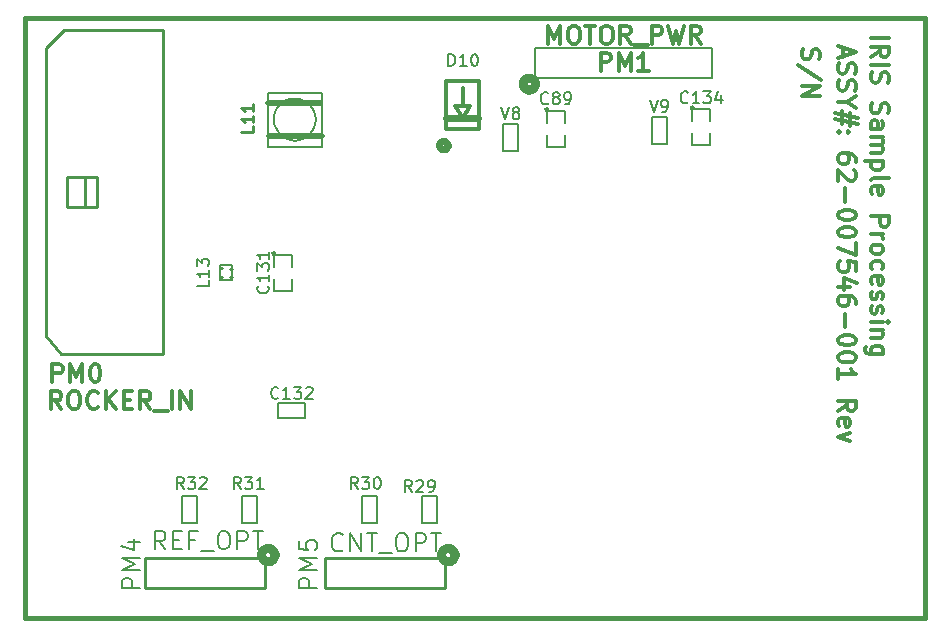
<source format=gto>
G04    PCBFab2Solidwork
G04    Copyright (C) 2018  NhatKhai L. Nguyen
G04
G04    Please check LICENSE file for detail.
G04
G04 (created by PCBNEW-RS274X (2011-04-29 BZR 2986)-stable) date 8/3/2011 4:45:22 PM*
G01*
G70*
G90*
%MOIN*%
G04 Gerber Fmt 3.4, Leading zero omitted, Abs format*
%FSLAX34Y34*%
G04 APERTURE LIST*
%ADD10C,0.010000*%
%ADD11C,0.015000*%
%ADD12C,0.012000*%
%ADD13C,0.005000*%
%ADD14C,0.030000*%
%ADD15C,0.006000*%
%ADD16C,0.011800*%
%ADD17C,0.023600*%
%ADD18C,0.007000*%
%ADD19C,0.019700*%
%ADD20C,0.008000*%
%ADD21C,0.009900*%
G04 APERTURE END LIST*
G54D10*
G54D11*
X30000Y-20000D02*
X30000Y00000D01*
X00000Y-20000D02*
X30000Y-20000D01*
X00000Y00000D02*
X00000Y-20000D01*
X30000Y00000D02*
X00000Y00000D01*
G54D12*
X25936Y-01050D02*
X25907Y-01136D01*
X25907Y-01279D01*
X25936Y-01336D01*
X25964Y-01365D01*
X26021Y-01393D01*
X26079Y-01393D01*
X26136Y-01365D01*
X26164Y-01336D01*
X26193Y-01279D01*
X26221Y-01165D01*
X26250Y-01107D01*
X26279Y-01079D01*
X26336Y-01050D01*
X26393Y-01050D01*
X26450Y-01079D01*
X26479Y-01107D01*
X26507Y-01165D01*
X26507Y-01307D01*
X26479Y-01393D01*
X26536Y-02078D02*
X25764Y-01564D01*
X25907Y-02279D02*
X26507Y-02279D01*
X25907Y-02622D01*
X26507Y-02622D01*
X27279Y-01010D02*
X27279Y-01296D01*
X27107Y-00953D02*
X27707Y-01153D01*
X27107Y-01353D01*
X27136Y-01524D02*
X27107Y-01610D01*
X27107Y-01753D01*
X27136Y-01810D01*
X27164Y-01839D01*
X27221Y-01867D01*
X27279Y-01867D01*
X27336Y-01839D01*
X27364Y-01810D01*
X27393Y-01753D01*
X27421Y-01639D01*
X27450Y-01581D01*
X27479Y-01553D01*
X27536Y-01524D01*
X27593Y-01524D01*
X27650Y-01553D01*
X27679Y-01581D01*
X27707Y-01639D01*
X27707Y-01781D01*
X27679Y-01867D01*
X27136Y-02095D02*
X27107Y-02181D01*
X27107Y-02324D01*
X27136Y-02381D01*
X27164Y-02410D01*
X27221Y-02438D01*
X27279Y-02438D01*
X27336Y-02410D01*
X27364Y-02381D01*
X27393Y-02324D01*
X27421Y-02210D01*
X27450Y-02152D01*
X27479Y-02124D01*
X27536Y-02095D01*
X27593Y-02095D01*
X27650Y-02124D01*
X27679Y-02152D01*
X27707Y-02210D01*
X27707Y-02352D01*
X27679Y-02438D01*
X27393Y-02809D02*
X27107Y-02809D01*
X27707Y-02609D02*
X27393Y-02809D01*
X27707Y-03009D01*
X27507Y-03180D02*
X27507Y-03609D01*
X27764Y-03352D02*
X26993Y-03180D01*
X27250Y-03552D02*
X27250Y-03123D01*
X26993Y-03380D02*
X27764Y-03552D01*
X27164Y-03809D02*
X27136Y-03837D01*
X27107Y-03809D01*
X27136Y-03780D01*
X27164Y-03809D01*
X27107Y-03809D01*
X27479Y-03809D02*
X27450Y-03837D01*
X27421Y-03809D01*
X27450Y-03780D01*
X27479Y-03809D01*
X27421Y-03809D01*
X27707Y-04809D02*
X27707Y-04695D01*
X27679Y-04638D01*
X27650Y-04609D01*
X27564Y-04552D01*
X27450Y-04523D01*
X27221Y-04523D01*
X27164Y-04552D01*
X27136Y-04580D01*
X27107Y-04638D01*
X27107Y-04752D01*
X27136Y-04809D01*
X27164Y-04838D01*
X27221Y-04866D01*
X27364Y-04866D01*
X27421Y-04838D01*
X27450Y-04809D01*
X27479Y-04752D01*
X27479Y-04638D01*
X27450Y-04580D01*
X27421Y-04552D01*
X27364Y-04523D01*
X27650Y-05094D02*
X27679Y-05123D01*
X27707Y-05180D01*
X27707Y-05323D01*
X27679Y-05380D01*
X27650Y-05409D01*
X27593Y-05437D01*
X27536Y-05437D01*
X27450Y-05409D01*
X27107Y-05066D01*
X27107Y-05437D01*
X27336Y-05694D02*
X27336Y-06151D01*
X27707Y-06551D02*
X27707Y-06608D01*
X27679Y-06665D01*
X27650Y-06694D01*
X27593Y-06723D01*
X27479Y-06751D01*
X27336Y-06751D01*
X27221Y-06723D01*
X27164Y-06694D01*
X27136Y-06665D01*
X27107Y-06608D01*
X27107Y-06551D01*
X27136Y-06494D01*
X27164Y-06465D01*
X27221Y-06437D01*
X27336Y-06408D01*
X27479Y-06408D01*
X27593Y-06437D01*
X27650Y-06465D01*
X27679Y-06494D01*
X27707Y-06551D01*
X27707Y-07122D02*
X27707Y-07179D01*
X27679Y-07236D01*
X27650Y-07265D01*
X27593Y-07294D01*
X27479Y-07322D01*
X27336Y-07322D01*
X27221Y-07294D01*
X27164Y-07265D01*
X27136Y-07236D01*
X27107Y-07179D01*
X27107Y-07122D01*
X27136Y-07065D01*
X27164Y-07036D01*
X27221Y-07008D01*
X27336Y-06979D01*
X27479Y-06979D01*
X27593Y-07008D01*
X27650Y-07036D01*
X27679Y-07065D01*
X27707Y-07122D01*
X27707Y-07522D02*
X27707Y-07922D01*
X27107Y-07665D01*
X27707Y-08436D02*
X27707Y-08150D01*
X27421Y-08121D01*
X27450Y-08150D01*
X27479Y-08207D01*
X27479Y-08350D01*
X27450Y-08407D01*
X27421Y-08436D01*
X27364Y-08464D01*
X27221Y-08464D01*
X27164Y-08436D01*
X27136Y-08407D01*
X27107Y-08350D01*
X27107Y-08207D01*
X27136Y-08150D01*
X27164Y-08121D01*
X27507Y-08978D02*
X27107Y-08978D01*
X27736Y-08835D02*
X27307Y-08692D01*
X27307Y-09064D01*
X27707Y-09549D02*
X27707Y-09435D01*
X27679Y-09378D01*
X27650Y-09349D01*
X27564Y-09292D01*
X27450Y-09263D01*
X27221Y-09263D01*
X27164Y-09292D01*
X27136Y-09320D01*
X27107Y-09378D01*
X27107Y-09492D01*
X27136Y-09549D01*
X27164Y-09578D01*
X27221Y-09606D01*
X27364Y-09606D01*
X27421Y-09578D01*
X27450Y-09549D01*
X27479Y-09492D01*
X27479Y-09378D01*
X27450Y-09320D01*
X27421Y-09292D01*
X27364Y-09263D01*
X27336Y-09863D02*
X27336Y-10320D01*
X27707Y-10720D02*
X27707Y-10777D01*
X27679Y-10834D01*
X27650Y-10863D01*
X27593Y-10892D01*
X27479Y-10920D01*
X27336Y-10920D01*
X27221Y-10892D01*
X27164Y-10863D01*
X27136Y-10834D01*
X27107Y-10777D01*
X27107Y-10720D01*
X27136Y-10663D01*
X27164Y-10634D01*
X27221Y-10606D01*
X27336Y-10577D01*
X27479Y-10577D01*
X27593Y-10606D01*
X27650Y-10634D01*
X27679Y-10663D01*
X27707Y-10720D01*
X27707Y-11291D02*
X27707Y-11348D01*
X27679Y-11405D01*
X27650Y-11434D01*
X27593Y-11463D01*
X27479Y-11491D01*
X27336Y-11491D01*
X27221Y-11463D01*
X27164Y-11434D01*
X27136Y-11405D01*
X27107Y-11348D01*
X27107Y-11291D01*
X27136Y-11234D01*
X27164Y-11205D01*
X27221Y-11177D01*
X27336Y-11148D01*
X27479Y-11148D01*
X27593Y-11177D01*
X27650Y-11205D01*
X27679Y-11234D01*
X27707Y-11291D01*
X27107Y-12062D02*
X27107Y-11719D01*
X27107Y-11891D02*
X27707Y-11891D01*
X27621Y-11834D01*
X27564Y-11776D01*
X27536Y-11719D01*
X27107Y-13119D02*
X27393Y-12919D01*
X27107Y-12776D02*
X27707Y-12776D01*
X27707Y-13004D01*
X27679Y-13062D01*
X27650Y-13090D01*
X27593Y-13119D01*
X27507Y-13119D01*
X27450Y-13090D01*
X27421Y-13062D01*
X27393Y-13004D01*
X27393Y-12776D01*
X27136Y-13604D02*
X27107Y-13547D01*
X27107Y-13433D01*
X27136Y-13376D01*
X27193Y-13347D01*
X27421Y-13347D01*
X27479Y-13376D01*
X27507Y-13433D01*
X27507Y-13547D01*
X27479Y-13604D01*
X27421Y-13633D01*
X27364Y-13633D01*
X27307Y-13347D01*
X27507Y-13833D02*
X27107Y-13976D01*
X27507Y-14118D01*
X28207Y-00679D02*
X28807Y-00679D01*
X28207Y-01308D02*
X28493Y-01108D01*
X28207Y-00965D02*
X28807Y-00965D01*
X28807Y-01193D01*
X28779Y-01251D01*
X28750Y-01279D01*
X28693Y-01308D01*
X28607Y-01308D01*
X28550Y-01279D01*
X28521Y-01251D01*
X28493Y-01193D01*
X28493Y-00965D01*
X28207Y-01565D02*
X28807Y-01565D01*
X28236Y-01822D02*
X28207Y-01908D01*
X28207Y-02051D01*
X28236Y-02108D01*
X28264Y-02137D01*
X28321Y-02165D01*
X28379Y-02165D01*
X28436Y-02137D01*
X28464Y-02108D01*
X28493Y-02051D01*
X28521Y-01937D01*
X28550Y-01879D01*
X28579Y-01851D01*
X28636Y-01822D01*
X28693Y-01822D01*
X28750Y-01851D01*
X28779Y-01879D01*
X28807Y-01937D01*
X28807Y-02079D01*
X28779Y-02165D01*
X28236Y-02850D02*
X28207Y-02936D01*
X28207Y-03079D01*
X28236Y-03136D01*
X28264Y-03165D01*
X28321Y-03193D01*
X28379Y-03193D01*
X28436Y-03165D01*
X28464Y-03136D01*
X28493Y-03079D01*
X28521Y-02965D01*
X28550Y-02907D01*
X28579Y-02879D01*
X28636Y-02850D01*
X28693Y-02850D01*
X28750Y-02879D01*
X28779Y-02907D01*
X28807Y-02965D01*
X28807Y-03107D01*
X28779Y-03193D01*
X28207Y-03707D02*
X28521Y-03707D01*
X28579Y-03678D01*
X28607Y-03621D01*
X28607Y-03507D01*
X28579Y-03450D01*
X28236Y-03707D02*
X28207Y-03650D01*
X28207Y-03507D01*
X28236Y-03450D01*
X28293Y-03421D01*
X28350Y-03421D01*
X28407Y-03450D01*
X28436Y-03507D01*
X28436Y-03650D01*
X28464Y-03707D01*
X28207Y-03993D02*
X28607Y-03993D01*
X28550Y-03993D02*
X28579Y-04021D01*
X28607Y-04079D01*
X28607Y-04164D01*
X28579Y-04221D01*
X28521Y-04250D01*
X28207Y-04250D01*
X28521Y-04250D02*
X28579Y-04279D01*
X28607Y-04336D01*
X28607Y-04421D01*
X28579Y-04479D01*
X28521Y-04507D01*
X28207Y-04507D01*
X28607Y-04793D02*
X28007Y-04793D01*
X28579Y-04793D02*
X28607Y-04850D01*
X28607Y-04964D01*
X28579Y-05021D01*
X28550Y-05050D01*
X28493Y-05079D01*
X28321Y-05079D01*
X28264Y-05050D01*
X28236Y-05021D01*
X28207Y-04964D01*
X28207Y-04850D01*
X28236Y-04793D01*
X28207Y-05422D02*
X28236Y-05364D01*
X28293Y-05336D01*
X28807Y-05336D01*
X28236Y-05878D02*
X28207Y-05821D01*
X28207Y-05707D01*
X28236Y-05650D01*
X28293Y-05621D01*
X28521Y-05621D01*
X28579Y-05650D01*
X28607Y-05707D01*
X28607Y-05821D01*
X28579Y-05878D01*
X28521Y-05907D01*
X28464Y-05907D01*
X28407Y-05621D01*
X28207Y-06621D02*
X28807Y-06621D01*
X28807Y-06849D01*
X28779Y-06907D01*
X28750Y-06935D01*
X28693Y-06964D01*
X28607Y-06964D01*
X28550Y-06935D01*
X28521Y-06907D01*
X28493Y-06849D01*
X28493Y-06621D01*
X28207Y-07221D02*
X28607Y-07221D01*
X28493Y-07221D02*
X28550Y-07249D01*
X28579Y-07278D01*
X28607Y-07335D01*
X28607Y-07392D01*
X28207Y-07678D02*
X28236Y-07620D01*
X28264Y-07592D01*
X28321Y-07563D01*
X28493Y-07563D01*
X28550Y-07592D01*
X28579Y-07620D01*
X28607Y-07678D01*
X28607Y-07763D01*
X28579Y-07820D01*
X28550Y-07849D01*
X28493Y-07878D01*
X28321Y-07878D01*
X28264Y-07849D01*
X28236Y-07820D01*
X28207Y-07763D01*
X28207Y-07678D01*
X28236Y-08392D02*
X28207Y-08335D01*
X28207Y-08221D01*
X28236Y-08163D01*
X28264Y-08135D01*
X28321Y-08106D01*
X28493Y-08106D01*
X28550Y-08135D01*
X28579Y-08163D01*
X28607Y-08221D01*
X28607Y-08335D01*
X28579Y-08392D01*
X28236Y-08877D02*
X28207Y-08820D01*
X28207Y-08706D01*
X28236Y-08649D01*
X28293Y-08620D01*
X28521Y-08620D01*
X28579Y-08649D01*
X28607Y-08706D01*
X28607Y-08820D01*
X28579Y-08877D01*
X28521Y-08906D01*
X28464Y-08906D01*
X28407Y-08620D01*
X28236Y-09134D02*
X28207Y-09191D01*
X28207Y-09306D01*
X28236Y-09363D01*
X28293Y-09391D01*
X28321Y-09391D01*
X28379Y-09363D01*
X28407Y-09306D01*
X28407Y-09220D01*
X28436Y-09163D01*
X28493Y-09134D01*
X28521Y-09134D01*
X28579Y-09163D01*
X28607Y-09220D01*
X28607Y-09306D01*
X28579Y-09363D01*
X28236Y-09620D02*
X28207Y-09677D01*
X28207Y-09792D01*
X28236Y-09849D01*
X28293Y-09877D01*
X28321Y-09877D01*
X28379Y-09849D01*
X28407Y-09792D01*
X28407Y-09706D01*
X28436Y-09649D01*
X28493Y-09620D01*
X28521Y-09620D01*
X28579Y-09649D01*
X28607Y-09706D01*
X28607Y-09792D01*
X28579Y-09849D01*
X28207Y-10135D02*
X28607Y-10135D01*
X28807Y-10135D02*
X28779Y-10106D01*
X28750Y-10135D01*
X28779Y-10163D01*
X28807Y-10135D01*
X28750Y-10135D01*
X28607Y-10421D02*
X28207Y-10421D01*
X28550Y-10421D02*
X28579Y-10449D01*
X28607Y-10507D01*
X28607Y-10592D01*
X28579Y-10649D01*
X28521Y-10678D01*
X28207Y-10678D01*
X28607Y-11221D02*
X28121Y-11221D01*
X28064Y-11192D01*
X28036Y-11164D01*
X28007Y-11107D01*
X28007Y-11021D01*
X28036Y-10964D01*
X28236Y-11221D02*
X28207Y-11164D01*
X28207Y-11050D01*
X28236Y-10992D01*
X28264Y-10964D01*
X28321Y-10935D01*
X28493Y-10935D01*
X28550Y-10964D01*
X28579Y-10992D01*
X28607Y-11050D01*
X28607Y-11164D01*
X28579Y-11221D01*
G54D10*
X04600Y-11200D02*
X04600Y-00400D01*
X04600Y-00400D02*
X01300Y-00400D01*
X01300Y-00400D02*
X00700Y-01000D01*
X00700Y-01000D02*
X00700Y-10600D01*
X00700Y-10600D02*
X01200Y-11200D01*
X01200Y-11200D02*
X04600Y-11200D01*
X02000Y-06300D02*
X02000Y-05300D01*
X02400Y-05300D02*
X01400Y-05300D01*
X01400Y-05300D02*
X01400Y-06300D01*
X01400Y-06300D02*
X02400Y-06300D01*
X02400Y-06300D02*
X02400Y-05300D01*
G54D13*
X17000Y-02000D02*
X22900Y-02000D01*
X22900Y-01000D02*
X17000Y-01000D01*
G54D14*
X17000Y-02200D02*
X16996Y-02238D01*
X16984Y-02276D01*
X16966Y-02310D01*
X16941Y-02340D01*
X16911Y-02365D01*
X16877Y-02384D01*
X16840Y-02395D01*
X16801Y-02399D01*
X16763Y-02396D01*
X16726Y-02385D01*
X16691Y-02367D01*
X16661Y-02342D01*
X16635Y-02312D01*
X16617Y-02278D01*
X16605Y-02241D01*
X16601Y-02202D01*
X16604Y-02164D01*
X16615Y-02127D01*
X16632Y-02092D01*
X16657Y-02062D01*
X16686Y-02036D01*
X16720Y-02017D01*
X16758Y-02005D01*
X16796Y-02001D01*
X16834Y-02004D01*
X16872Y-02014D01*
X16907Y-02032D01*
X16937Y-02056D01*
X16963Y-02085D01*
X16982Y-02119D01*
X16995Y-02156D01*
X16999Y-02195D01*
X17000Y-02200D01*
G54D15*
X17000Y-02000D02*
X17000Y-01000D01*
X22900Y-01000D02*
X22900Y-02000D01*
G54D13*
X07750Y-15950D02*
X07750Y-16850D01*
X07750Y-16850D02*
X07250Y-16850D01*
X07250Y-16850D02*
X07250Y-15950D01*
X07250Y-15950D02*
X07750Y-15950D01*
X05750Y-15950D02*
X05750Y-16850D01*
X05750Y-16850D02*
X05250Y-16850D01*
X05250Y-16850D02*
X05250Y-15950D01*
X05250Y-15950D02*
X05750Y-15950D01*
X11750Y-15950D02*
X11750Y-16850D01*
X11750Y-16850D02*
X11250Y-16850D01*
X11250Y-16850D02*
X11250Y-15950D01*
X11250Y-15950D02*
X11750Y-15950D01*
X13750Y-15950D02*
X13750Y-16850D01*
X13750Y-16850D02*
X13250Y-16850D01*
X13250Y-16850D02*
X13250Y-15950D01*
X13250Y-15950D02*
X13750Y-15950D01*
X08350Y-07850D02*
X08349Y-07859D01*
X08346Y-07869D01*
X08341Y-07877D01*
X08335Y-07885D01*
X08327Y-07891D01*
X08319Y-07896D01*
X08310Y-07898D01*
X08300Y-07899D01*
X08291Y-07899D01*
X08282Y-07896D01*
X08273Y-07891D01*
X08266Y-07885D01*
X08259Y-07878D01*
X08255Y-07869D01*
X08252Y-07860D01*
X08251Y-07850D01*
X08251Y-07841D01*
X08254Y-07832D01*
X08258Y-07823D01*
X08265Y-07816D01*
X08272Y-07809D01*
X08280Y-07805D01*
X08290Y-07802D01*
X08299Y-07801D01*
X08308Y-07801D01*
X08318Y-07804D01*
X08326Y-07808D01*
X08334Y-07814D01*
X08340Y-07822D01*
X08345Y-07830D01*
X08348Y-07839D01*
X08349Y-07849D01*
X08350Y-07850D01*
X08300Y-08300D02*
X08300Y-07900D01*
X08300Y-07900D02*
X08900Y-07900D01*
X08900Y-07900D02*
X08900Y-08300D01*
X08900Y-08700D02*
X08900Y-09100D01*
X08900Y-09100D02*
X08300Y-09100D01*
X08300Y-09100D02*
X08300Y-08700D01*
X22300Y-03000D02*
X22299Y-03009D01*
X22296Y-03019D01*
X22291Y-03027D01*
X22285Y-03035D01*
X22277Y-03041D01*
X22269Y-03046D01*
X22260Y-03048D01*
X22250Y-03049D01*
X22241Y-03049D01*
X22232Y-03046D01*
X22223Y-03041D01*
X22216Y-03035D01*
X22209Y-03028D01*
X22205Y-03019D01*
X22202Y-03010D01*
X22201Y-03000D01*
X22201Y-02991D01*
X22204Y-02982D01*
X22208Y-02973D01*
X22215Y-02966D01*
X22222Y-02959D01*
X22230Y-02955D01*
X22240Y-02952D01*
X22249Y-02951D01*
X22258Y-02951D01*
X22268Y-02954D01*
X22276Y-02958D01*
X22284Y-02964D01*
X22290Y-02972D01*
X22295Y-02980D01*
X22298Y-02989D01*
X22299Y-02999D01*
X22300Y-03000D01*
X22250Y-03450D02*
X22250Y-03050D01*
X22250Y-03050D02*
X22850Y-03050D01*
X22850Y-03050D02*
X22850Y-03450D01*
X22850Y-03850D02*
X22850Y-04250D01*
X22850Y-04250D02*
X22250Y-04250D01*
X22250Y-04250D02*
X22250Y-03850D01*
X09350Y-13350D02*
X08450Y-13350D01*
X08450Y-13350D02*
X08450Y-12850D01*
X08450Y-12850D02*
X09350Y-12850D01*
X09350Y-12850D02*
X09350Y-13350D01*
X21400Y-03300D02*
X21400Y-04200D01*
X21400Y-04200D02*
X20900Y-04200D01*
X20900Y-04200D02*
X20900Y-03300D01*
X20900Y-03300D02*
X21400Y-03300D01*
X16450Y-03550D02*
X16450Y-04450D01*
X16450Y-04450D02*
X15950Y-04450D01*
X15950Y-04450D02*
X15950Y-03550D01*
X15950Y-03550D02*
X16450Y-03550D01*
X17450Y-03050D02*
X17449Y-03059D01*
X17446Y-03069D01*
X17441Y-03077D01*
X17435Y-03085D01*
X17427Y-03091D01*
X17419Y-03096D01*
X17410Y-03098D01*
X17400Y-03099D01*
X17391Y-03099D01*
X17382Y-03096D01*
X17373Y-03091D01*
X17366Y-03085D01*
X17359Y-03078D01*
X17355Y-03069D01*
X17352Y-03060D01*
X17351Y-03050D01*
X17351Y-03041D01*
X17354Y-03032D01*
X17358Y-03023D01*
X17365Y-03016D01*
X17372Y-03009D01*
X17380Y-03005D01*
X17390Y-03002D01*
X17399Y-03001D01*
X17408Y-03001D01*
X17418Y-03004D01*
X17426Y-03008D01*
X17434Y-03014D01*
X17440Y-03022D01*
X17445Y-03030D01*
X17448Y-03039D01*
X17449Y-03049D01*
X17450Y-03050D01*
X17400Y-03500D02*
X17400Y-03100D01*
X17400Y-03100D02*
X18000Y-03100D01*
X18000Y-03100D02*
X18000Y-03500D01*
X18000Y-03900D02*
X18000Y-04300D01*
X18000Y-04300D02*
X17400Y-04300D01*
X17400Y-04300D02*
X17400Y-03900D01*
G54D14*
X14323Y-17900D02*
X14318Y-17943D01*
X14306Y-17984D01*
X14285Y-18023D01*
X14258Y-18057D01*
X14224Y-18084D01*
X14186Y-18105D01*
X14144Y-18118D01*
X14101Y-18122D01*
X14059Y-18119D01*
X14017Y-18106D01*
X13978Y-18086D01*
X13944Y-18059D01*
X13916Y-18025D01*
X13896Y-17987D01*
X13882Y-17946D01*
X13878Y-17903D01*
X13881Y-17860D01*
X13893Y-17818D01*
X13913Y-17780D01*
X13940Y-17746D01*
X13973Y-17717D01*
X14011Y-17696D01*
X14053Y-17683D01*
X14096Y-17678D01*
X14138Y-17681D01*
X14180Y-17693D01*
X14219Y-17712D01*
X14253Y-17739D01*
X14282Y-17772D01*
X14303Y-17810D01*
X14317Y-17851D01*
X14322Y-17894D01*
X14323Y-17900D01*
G54D10*
X10000Y-18000D02*
X14000Y-18000D01*
X10000Y-19000D02*
X14000Y-19000D01*
X14000Y-19000D02*
X14000Y-18000D01*
X10000Y-18000D02*
X10000Y-19000D01*
G54D14*
X08323Y-17900D02*
X08318Y-17943D01*
X08306Y-17984D01*
X08285Y-18023D01*
X08258Y-18057D01*
X08224Y-18084D01*
X08186Y-18105D01*
X08144Y-18118D01*
X08101Y-18122D01*
X08059Y-18119D01*
X08017Y-18106D01*
X07978Y-18086D01*
X07944Y-18059D01*
X07916Y-18025D01*
X07896Y-17987D01*
X07882Y-17946D01*
X07878Y-17903D01*
X07881Y-17860D01*
X07893Y-17818D01*
X07913Y-17780D01*
X07940Y-17746D01*
X07973Y-17717D01*
X08011Y-17696D01*
X08053Y-17683D01*
X08096Y-17678D01*
X08138Y-17681D01*
X08180Y-17693D01*
X08219Y-17712D01*
X08253Y-17739D01*
X08282Y-17772D01*
X08303Y-17810D01*
X08317Y-17851D01*
X08322Y-17894D01*
X08323Y-17900D01*
G54D10*
X04000Y-18000D02*
X08000Y-18000D01*
X04000Y-19000D02*
X08000Y-19000D01*
X08000Y-19000D02*
X08000Y-18000D01*
X04000Y-18000D02*
X04000Y-19000D01*
G54D16*
X14600Y-02950D02*
X14600Y-02350D01*
X14600Y-03350D02*
X14350Y-02950D01*
X14350Y-02950D02*
X14850Y-02950D01*
X14850Y-02950D02*
X14600Y-03350D01*
G54D17*
X14091Y-04250D02*
X14088Y-04277D01*
X14080Y-04303D01*
X14067Y-04328D01*
X14050Y-04349D01*
X14028Y-04366D01*
X14004Y-04379D01*
X13978Y-04388D01*
X13950Y-04390D01*
X13924Y-04388D01*
X13898Y-04380D01*
X13873Y-04367D01*
X13852Y-04350D01*
X13834Y-04329D01*
X13821Y-04305D01*
X13813Y-04279D01*
X13810Y-04251D01*
X13812Y-04225D01*
X13819Y-04199D01*
X13832Y-04174D01*
X13849Y-04153D01*
X13870Y-04135D01*
X13894Y-04121D01*
X13920Y-04113D01*
X13948Y-04110D01*
X13974Y-04112D01*
X14000Y-04119D01*
X14025Y-04131D01*
X14047Y-04148D01*
X14065Y-04169D01*
X14078Y-04193D01*
X14087Y-04219D01*
X14090Y-04247D01*
X14091Y-04250D01*
G54D16*
X14050Y-02100D02*
X15150Y-02100D01*
X15150Y-02100D02*
X15150Y-03700D01*
X15150Y-03700D02*
X14050Y-03700D01*
X14050Y-03700D02*
X14050Y-02100D01*
G54D17*
X14050Y-03350D02*
X15100Y-03350D01*
G54D10*
X06900Y-08630D02*
X06830Y-08630D01*
X06910Y-08370D02*
X06830Y-08370D01*
X06500Y-08360D02*
X06570Y-08360D01*
X06510Y-08650D02*
X06560Y-08650D01*
G54D13*
X06500Y-08250D02*
X06500Y-08750D01*
X06500Y-08750D02*
X06900Y-08750D01*
X06900Y-08750D02*
X06900Y-08250D01*
X06900Y-08250D02*
X06500Y-08250D01*
G54D18*
X09700Y-03400D02*
X09686Y-03535D01*
X09647Y-03666D01*
X09583Y-03787D01*
X09496Y-03893D01*
X09391Y-03980D01*
X09271Y-04045D01*
X09140Y-04085D01*
X09004Y-04099D01*
X08869Y-04087D01*
X08738Y-04049D01*
X08617Y-03985D01*
X08511Y-03900D01*
X08423Y-03795D01*
X08357Y-03675D01*
X08316Y-03545D01*
X08301Y-03409D01*
X08312Y-03274D01*
X08350Y-03143D01*
X08412Y-03021D01*
X08497Y-02914D01*
X08601Y-02826D01*
X08720Y-02759D01*
X08850Y-02717D01*
X08986Y-02701D01*
X09121Y-02711D01*
X09253Y-02748D01*
X09375Y-02809D01*
X09482Y-02894D01*
X09572Y-02997D01*
X09639Y-03116D01*
X09682Y-03245D01*
X09699Y-03381D01*
X09700Y-03400D01*
G54D19*
X09900Y-03950D02*
X08150Y-03950D01*
X09850Y-02850D02*
X08100Y-02850D01*
G54D18*
X08100Y-02500D02*
X09900Y-02500D01*
X09900Y-02500D02*
X09900Y-04300D01*
X09900Y-04300D02*
X08100Y-04300D01*
X08100Y-04300D02*
X08100Y-02500D01*
G54D12*
X00915Y-12143D02*
X00915Y-11543D01*
X01143Y-11543D01*
X01201Y-11571D01*
X01229Y-11600D01*
X01258Y-11657D01*
X01258Y-11743D01*
X01229Y-11800D01*
X01201Y-11829D01*
X01143Y-11857D01*
X00915Y-11857D01*
X01515Y-12143D02*
X01515Y-11543D01*
X01715Y-11971D01*
X01915Y-11543D01*
X01915Y-12143D01*
X02315Y-11543D02*
X02372Y-11543D01*
X02429Y-11571D01*
X02458Y-11600D01*
X02487Y-11657D01*
X02515Y-11771D01*
X02515Y-11914D01*
X02487Y-12029D01*
X02458Y-12086D01*
X02429Y-12114D01*
X02372Y-12143D01*
X02315Y-12143D01*
X02258Y-12114D01*
X02229Y-12086D01*
X02201Y-12029D01*
X02172Y-11914D01*
X02172Y-11771D01*
X02201Y-11657D01*
X02229Y-11600D01*
X02258Y-11571D01*
X02315Y-11543D01*
X01214Y-13043D02*
X01014Y-12757D01*
X00871Y-13043D02*
X00871Y-12443D01*
X01099Y-12443D01*
X01157Y-12471D01*
X01185Y-12500D01*
X01214Y-12557D01*
X01214Y-12643D01*
X01185Y-12700D01*
X01157Y-12729D01*
X01099Y-12757D01*
X00871Y-12757D01*
X01585Y-12443D02*
X01699Y-12443D01*
X01757Y-12471D01*
X01814Y-12529D01*
X01842Y-12643D01*
X01842Y-12843D01*
X01814Y-12957D01*
X01757Y-13014D01*
X01699Y-13043D01*
X01585Y-13043D01*
X01528Y-13014D01*
X01471Y-12957D01*
X01442Y-12843D01*
X01442Y-12643D01*
X01471Y-12529D01*
X01528Y-12471D01*
X01585Y-12443D01*
X02443Y-12986D02*
X02414Y-13014D01*
X02328Y-13043D01*
X02271Y-13043D01*
X02186Y-13014D01*
X02128Y-12957D01*
X02100Y-12900D01*
X02071Y-12786D01*
X02071Y-12700D01*
X02100Y-12586D01*
X02128Y-12529D01*
X02186Y-12471D01*
X02271Y-12443D01*
X02328Y-12443D01*
X02414Y-12471D01*
X02443Y-12500D01*
X02700Y-13043D02*
X02700Y-12443D01*
X03043Y-13043D02*
X02786Y-12700D01*
X03043Y-12443D02*
X02700Y-12786D01*
X03300Y-12729D02*
X03500Y-12729D01*
X03586Y-13043D02*
X03300Y-13043D01*
X03300Y-12443D01*
X03586Y-12443D01*
X04186Y-13043D02*
X03986Y-12757D01*
X03843Y-13043D02*
X03843Y-12443D01*
X04071Y-12443D01*
X04129Y-12471D01*
X04157Y-12500D01*
X04186Y-12557D01*
X04186Y-12643D01*
X04157Y-12700D01*
X04129Y-12729D01*
X04071Y-12757D01*
X03843Y-12757D01*
X04300Y-13100D02*
X04757Y-13100D01*
X04900Y-13043D02*
X04900Y-12443D01*
X05186Y-13043D02*
X05186Y-12443D01*
X05529Y-13043D01*
X05529Y-12443D01*
X19190Y-01768D02*
X19190Y-01168D01*
X19418Y-01168D01*
X19476Y-01196D01*
X19504Y-01225D01*
X19533Y-01282D01*
X19533Y-01368D01*
X19504Y-01425D01*
X19476Y-01454D01*
X19418Y-01482D01*
X19190Y-01482D01*
X19790Y-01768D02*
X19790Y-01168D01*
X19990Y-01596D01*
X20190Y-01168D01*
X20190Y-01768D01*
X20790Y-01768D02*
X20447Y-01768D01*
X20619Y-01768D02*
X20619Y-01168D01*
X20562Y-01254D01*
X20504Y-01311D01*
X20447Y-01339D01*
X17446Y-00868D02*
X17446Y-00268D01*
X17646Y-00696D01*
X17846Y-00268D01*
X17846Y-00868D01*
X18246Y-00268D02*
X18360Y-00268D01*
X18418Y-00296D01*
X18475Y-00354D01*
X18503Y-00468D01*
X18503Y-00668D01*
X18475Y-00782D01*
X18418Y-00839D01*
X18360Y-00868D01*
X18246Y-00868D01*
X18189Y-00839D01*
X18132Y-00782D01*
X18103Y-00668D01*
X18103Y-00468D01*
X18132Y-00354D01*
X18189Y-00296D01*
X18246Y-00268D01*
X18675Y-00268D02*
X19018Y-00268D01*
X18847Y-00868D02*
X18847Y-00268D01*
X19332Y-00268D02*
X19446Y-00268D01*
X19504Y-00296D01*
X19561Y-00354D01*
X19589Y-00468D01*
X19589Y-00668D01*
X19561Y-00782D01*
X19504Y-00839D01*
X19446Y-00868D01*
X19332Y-00868D01*
X19275Y-00839D01*
X19218Y-00782D01*
X19189Y-00668D01*
X19189Y-00468D01*
X19218Y-00354D01*
X19275Y-00296D01*
X19332Y-00268D01*
X20190Y-00868D02*
X19990Y-00582D01*
X19847Y-00868D02*
X19847Y-00268D01*
X20075Y-00268D01*
X20133Y-00296D01*
X20161Y-00325D01*
X20190Y-00382D01*
X20190Y-00468D01*
X20161Y-00525D01*
X20133Y-00554D01*
X20075Y-00582D01*
X19847Y-00582D01*
X20304Y-00925D02*
X20761Y-00925D01*
X20904Y-00868D02*
X20904Y-00268D01*
X21132Y-00268D01*
X21190Y-00296D01*
X21218Y-00325D01*
X21247Y-00382D01*
X21247Y-00468D01*
X21218Y-00525D01*
X21190Y-00554D01*
X21132Y-00582D01*
X20904Y-00582D01*
X21447Y-00268D02*
X21590Y-00868D01*
X21704Y-00439D01*
X21818Y-00868D01*
X21961Y-00268D01*
X22533Y-00868D02*
X22333Y-00582D01*
X22190Y-00868D02*
X22190Y-00268D01*
X22418Y-00268D01*
X22476Y-00296D01*
X22504Y-00325D01*
X22533Y-00382D01*
X22533Y-00468D01*
X22504Y-00525D01*
X22476Y-00554D01*
X22418Y-00582D01*
X22190Y-00582D01*
G54D20*
X07193Y-15712D02*
X07059Y-15521D01*
X06964Y-15712D02*
X06964Y-15312D01*
X07117Y-15312D01*
X07155Y-15331D01*
X07174Y-15350D01*
X07193Y-15388D01*
X07193Y-15445D01*
X07174Y-15483D01*
X07155Y-15502D01*
X07117Y-15521D01*
X06964Y-15521D01*
X07326Y-15312D02*
X07574Y-15312D01*
X07440Y-15464D01*
X07498Y-15464D01*
X07536Y-15483D01*
X07555Y-15502D01*
X07574Y-15540D01*
X07574Y-15636D01*
X07555Y-15674D01*
X07536Y-15693D01*
X07498Y-15712D01*
X07383Y-15712D01*
X07345Y-15693D01*
X07326Y-15674D01*
X07955Y-15712D02*
X07726Y-15712D01*
X07840Y-15712D02*
X07840Y-15312D01*
X07802Y-15369D01*
X07764Y-15407D01*
X07726Y-15426D01*
X05293Y-15712D02*
X05159Y-15521D01*
X05064Y-15712D02*
X05064Y-15312D01*
X05217Y-15312D01*
X05255Y-15331D01*
X05274Y-15350D01*
X05293Y-15388D01*
X05293Y-15445D01*
X05274Y-15483D01*
X05255Y-15502D01*
X05217Y-15521D01*
X05064Y-15521D01*
X05426Y-15312D02*
X05674Y-15312D01*
X05540Y-15464D01*
X05598Y-15464D01*
X05636Y-15483D01*
X05655Y-15502D01*
X05674Y-15540D01*
X05674Y-15636D01*
X05655Y-15674D01*
X05636Y-15693D01*
X05598Y-15712D01*
X05483Y-15712D01*
X05445Y-15693D01*
X05426Y-15674D01*
X05826Y-15350D02*
X05845Y-15331D01*
X05883Y-15312D01*
X05979Y-15312D01*
X06017Y-15331D01*
X06036Y-15350D01*
X06055Y-15388D01*
X06055Y-15426D01*
X06036Y-15483D01*
X05807Y-15712D01*
X06055Y-15712D01*
X11093Y-15712D02*
X10959Y-15521D01*
X10864Y-15712D02*
X10864Y-15312D01*
X11017Y-15312D01*
X11055Y-15331D01*
X11074Y-15350D01*
X11093Y-15388D01*
X11093Y-15445D01*
X11074Y-15483D01*
X11055Y-15502D01*
X11017Y-15521D01*
X10864Y-15521D01*
X11226Y-15312D02*
X11474Y-15312D01*
X11340Y-15464D01*
X11398Y-15464D01*
X11436Y-15483D01*
X11455Y-15502D01*
X11474Y-15540D01*
X11474Y-15636D01*
X11455Y-15674D01*
X11436Y-15693D01*
X11398Y-15712D01*
X11283Y-15712D01*
X11245Y-15693D01*
X11226Y-15674D01*
X11721Y-15312D02*
X11760Y-15312D01*
X11798Y-15331D01*
X11817Y-15350D01*
X11836Y-15388D01*
X11855Y-15464D01*
X11855Y-15560D01*
X11836Y-15636D01*
X11817Y-15674D01*
X11798Y-15693D01*
X11760Y-15712D01*
X11721Y-15712D01*
X11683Y-15693D01*
X11664Y-15674D01*
X11645Y-15636D01*
X11626Y-15560D01*
X11626Y-15464D01*
X11645Y-15388D01*
X11664Y-15350D01*
X11683Y-15331D01*
X11721Y-15312D01*
X12893Y-15812D02*
X12759Y-15621D01*
X12664Y-15812D02*
X12664Y-15412D01*
X12817Y-15412D01*
X12855Y-15431D01*
X12874Y-15450D01*
X12893Y-15488D01*
X12893Y-15545D01*
X12874Y-15583D01*
X12855Y-15602D01*
X12817Y-15621D01*
X12664Y-15621D01*
X13045Y-15450D02*
X13064Y-15431D01*
X13102Y-15412D01*
X13198Y-15412D01*
X13236Y-15431D01*
X13255Y-15450D01*
X13274Y-15488D01*
X13274Y-15526D01*
X13255Y-15583D01*
X13026Y-15812D01*
X13274Y-15812D01*
X13464Y-15812D02*
X13540Y-15812D01*
X13579Y-15793D01*
X13598Y-15774D01*
X13636Y-15717D01*
X13655Y-15640D01*
X13655Y-15488D01*
X13636Y-15450D01*
X13617Y-15431D01*
X13579Y-15412D01*
X13502Y-15412D01*
X13464Y-15431D01*
X13445Y-15450D01*
X13426Y-15488D01*
X13426Y-15583D01*
X13445Y-15621D01*
X13464Y-15640D01*
X13502Y-15660D01*
X13579Y-15660D01*
X13617Y-15640D01*
X13636Y-15621D01*
X13655Y-15583D01*
X08099Y-08947D02*
X08118Y-08966D01*
X08137Y-09023D01*
X08137Y-09061D01*
X08118Y-09119D01*
X08080Y-09157D01*
X08042Y-09176D01*
X07965Y-09195D01*
X07908Y-09195D01*
X07832Y-09176D01*
X07794Y-09157D01*
X07756Y-09119D01*
X07737Y-09061D01*
X07737Y-09023D01*
X07756Y-08966D01*
X07775Y-08947D01*
X08137Y-08566D02*
X08137Y-08795D01*
X08137Y-08681D02*
X07737Y-08681D01*
X07794Y-08719D01*
X07832Y-08757D01*
X07851Y-08795D01*
X07737Y-08433D02*
X07737Y-08185D01*
X07889Y-08319D01*
X07889Y-08261D01*
X07908Y-08223D01*
X07927Y-08204D01*
X07965Y-08185D01*
X08061Y-08185D01*
X08099Y-08204D01*
X08118Y-08223D01*
X08137Y-08261D01*
X08137Y-08376D01*
X08118Y-08414D01*
X08099Y-08433D01*
X08137Y-07804D02*
X08137Y-08033D01*
X08137Y-07919D02*
X07737Y-07919D01*
X07794Y-07957D01*
X07832Y-07995D01*
X07851Y-08033D01*
X22103Y-02824D02*
X22084Y-02843D01*
X22027Y-02862D01*
X21989Y-02862D01*
X21931Y-02843D01*
X21893Y-02805D01*
X21874Y-02767D01*
X21855Y-02690D01*
X21855Y-02633D01*
X21874Y-02557D01*
X21893Y-02519D01*
X21931Y-02481D01*
X21989Y-02462D01*
X22027Y-02462D01*
X22084Y-02481D01*
X22103Y-02500D01*
X22484Y-02862D02*
X22255Y-02862D01*
X22369Y-02862D02*
X22369Y-02462D01*
X22331Y-02519D01*
X22293Y-02557D01*
X22255Y-02576D01*
X22617Y-02462D02*
X22865Y-02462D01*
X22731Y-02614D01*
X22789Y-02614D01*
X22827Y-02633D01*
X22846Y-02652D01*
X22865Y-02690D01*
X22865Y-02786D01*
X22846Y-02824D01*
X22827Y-02843D01*
X22789Y-02862D01*
X22674Y-02862D01*
X22636Y-02843D01*
X22617Y-02824D01*
X23208Y-02595D02*
X23208Y-02862D01*
X23112Y-02443D02*
X23017Y-02729D01*
X23265Y-02729D01*
X08453Y-12674D02*
X08434Y-12693D01*
X08377Y-12712D01*
X08339Y-12712D01*
X08281Y-12693D01*
X08243Y-12655D01*
X08224Y-12617D01*
X08205Y-12540D01*
X08205Y-12483D01*
X08224Y-12407D01*
X08243Y-12369D01*
X08281Y-12331D01*
X08339Y-12312D01*
X08377Y-12312D01*
X08434Y-12331D01*
X08453Y-12350D01*
X08834Y-12712D02*
X08605Y-12712D01*
X08719Y-12712D02*
X08719Y-12312D01*
X08681Y-12369D01*
X08643Y-12407D01*
X08605Y-12426D01*
X08967Y-12312D02*
X09215Y-12312D01*
X09081Y-12464D01*
X09139Y-12464D01*
X09177Y-12483D01*
X09196Y-12502D01*
X09215Y-12540D01*
X09215Y-12636D01*
X09196Y-12674D01*
X09177Y-12693D01*
X09139Y-12712D01*
X09024Y-12712D01*
X08986Y-12693D01*
X08967Y-12674D01*
X09367Y-12350D02*
X09386Y-12331D01*
X09424Y-12312D01*
X09520Y-12312D01*
X09558Y-12331D01*
X09577Y-12350D01*
X09596Y-12388D01*
X09596Y-12426D01*
X09577Y-12483D01*
X09348Y-12712D01*
X09596Y-12712D01*
X20826Y-02737D02*
X20959Y-03137D01*
X21093Y-02737D01*
X21245Y-03137D02*
X21321Y-03137D01*
X21360Y-03118D01*
X21379Y-03099D01*
X21417Y-03042D01*
X21436Y-02965D01*
X21436Y-02813D01*
X21417Y-02775D01*
X21398Y-02756D01*
X21360Y-02737D01*
X21283Y-02737D01*
X21245Y-02756D01*
X21226Y-02775D01*
X21207Y-02813D01*
X21207Y-02908D01*
X21226Y-02946D01*
X21245Y-02965D01*
X21283Y-02985D01*
X21360Y-02985D01*
X21398Y-02965D01*
X21417Y-02946D01*
X21436Y-02908D01*
X15876Y-02987D02*
X16009Y-03387D01*
X16143Y-02987D01*
X16333Y-03158D02*
X16295Y-03139D01*
X16276Y-03120D01*
X16257Y-03082D01*
X16257Y-03063D01*
X16276Y-03025D01*
X16295Y-03006D01*
X16333Y-02987D01*
X16410Y-02987D01*
X16448Y-03006D01*
X16467Y-03025D01*
X16486Y-03063D01*
X16486Y-03082D01*
X16467Y-03120D01*
X16448Y-03139D01*
X16410Y-03158D01*
X16333Y-03158D01*
X16295Y-03177D01*
X16276Y-03196D01*
X16257Y-03235D01*
X16257Y-03311D01*
X16276Y-03349D01*
X16295Y-03368D01*
X16333Y-03387D01*
X16410Y-03387D01*
X16448Y-03368D01*
X16467Y-03349D01*
X16486Y-03311D01*
X16486Y-03235D01*
X16467Y-03196D01*
X16448Y-03177D01*
X16410Y-03158D01*
X17443Y-02849D02*
X17424Y-02868D01*
X17367Y-02887D01*
X17329Y-02887D01*
X17271Y-02868D01*
X17233Y-02830D01*
X17214Y-02792D01*
X17195Y-02715D01*
X17195Y-02658D01*
X17214Y-02582D01*
X17233Y-02544D01*
X17271Y-02506D01*
X17329Y-02487D01*
X17367Y-02487D01*
X17424Y-02506D01*
X17443Y-02525D01*
X17671Y-02658D02*
X17633Y-02639D01*
X17614Y-02620D01*
X17595Y-02582D01*
X17595Y-02563D01*
X17614Y-02525D01*
X17633Y-02506D01*
X17671Y-02487D01*
X17748Y-02487D01*
X17786Y-02506D01*
X17805Y-02525D01*
X17824Y-02563D01*
X17824Y-02582D01*
X17805Y-02620D01*
X17786Y-02639D01*
X17748Y-02658D01*
X17671Y-02658D01*
X17633Y-02677D01*
X17614Y-02696D01*
X17595Y-02735D01*
X17595Y-02811D01*
X17614Y-02849D01*
X17633Y-02868D01*
X17671Y-02887D01*
X17748Y-02887D01*
X17786Y-02868D01*
X17805Y-02849D01*
X17824Y-02811D01*
X17824Y-02735D01*
X17805Y-02696D01*
X17786Y-02677D01*
X17748Y-02658D01*
X18014Y-02887D02*
X18090Y-02887D01*
X18129Y-02868D01*
X18148Y-02849D01*
X18186Y-02792D01*
X18205Y-02715D01*
X18205Y-02563D01*
X18186Y-02525D01*
X18167Y-02506D01*
X18129Y-02487D01*
X18052Y-02487D01*
X18014Y-02506D01*
X17995Y-02525D01*
X17976Y-02563D01*
X17976Y-02658D01*
X17995Y-02696D01*
X18014Y-02715D01*
X18052Y-02735D01*
X18129Y-02735D01*
X18167Y-02715D01*
X18186Y-02696D01*
X18205Y-02658D01*
X09743Y-19010D02*
X09143Y-19010D01*
X09143Y-18782D01*
X09171Y-18724D01*
X09200Y-18696D01*
X09257Y-18667D01*
X09343Y-18667D01*
X09400Y-18696D01*
X09429Y-18724D01*
X09457Y-18782D01*
X09457Y-19010D01*
X09743Y-18410D02*
X09143Y-18410D01*
X09571Y-18210D01*
X09143Y-18010D01*
X09743Y-18010D01*
X09143Y-17438D02*
X09143Y-17724D01*
X09429Y-17753D01*
X09400Y-17724D01*
X09371Y-17667D01*
X09371Y-17524D01*
X09400Y-17467D01*
X09429Y-17438D01*
X09486Y-17410D01*
X09629Y-17410D01*
X09686Y-17438D01*
X09714Y-17467D01*
X09743Y-17524D01*
X09743Y-17667D01*
X09714Y-17724D01*
X09686Y-17753D01*
X10597Y-17736D02*
X10568Y-17764D01*
X10482Y-17793D01*
X10425Y-17793D01*
X10340Y-17764D01*
X10282Y-17707D01*
X10254Y-17650D01*
X10225Y-17536D01*
X10225Y-17450D01*
X10254Y-17336D01*
X10282Y-17279D01*
X10340Y-17221D01*
X10425Y-17193D01*
X10482Y-17193D01*
X10568Y-17221D01*
X10597Y-17250D01*
X10854Y-17793D02*
X10854Y-17193D01*
X11197Y-17793D01*
X11197Y-17193D01*
X11397Y-17193D02*
X11740Y-17193D01*
X11569Y-17793D02*
X11569Y-17193D01*
X11797Y-17850D02*
X12254Y-17850D01*
X12511Y-17193D02*
X12625Y-17193D01*
X12683Y-17221D01*
X12740Y-17279D01*
X12768Y-17393D01*
X12768Y-17593D01*
X12740Y-17707D01*
X12683Y-17764D01*
X12625Y-17793D01*
X12511Y-17793D01*
X12454Y-17764D01*
X12397Y-17707D01*
X12368Y-17593D01*
X12368Y-17393D01*
X12397Y-17279D01*
X12454Y-17221D01*
X12511Y-17193D01*
X13026Y-17793D02*
X13026Y-17193D01*
X13254Y-17193D01*
X13312Y-17221D01*
X13340Y-17250D01*
X13369Y-17307D01*
X13369Y-17393D01*
X13340Y-17450D01*
X13312Y-17479D01*
X13254Y-17507D01*
X13026Y-17507D01*
X13540Y-17193D02*
X13883Y-17193D01*
X13712Y-17793D02*
X13712Y-17193D01*
X03843Y-19010D02*
X03243Y-19010D01*
X03243Y-18782D01*
X03271Y-18724D01*
X03300Y-18696D01*
X03357Y-18667D01*
X03443Y-18667D01*
X03500Y-18696D01*
X03529Y-18724D01*
X03557Y-18782D01*
X03557Y-19010D01*
X03843Y-18410D02*
X03243Y-18410D01*
X03671Y-18210D01*
X03243Y-18010D01*
X03843Y-18010D01*
X03443Y-17467D02*
X03843Y-17467D01*
X03214Y-17610D02*
X03643Y-17753D01*
X03643Y-17381D01*
X04686Y-17718D02*
X04486Y-17432D01*
X04343Y-17718D02*
X04343Y-17118D01*
X04571Y-17118D01*
X04629Y-17146D01*
X04657Y-17175D01*
X04686Y-17232D01*
X04686Y-17318D01*
X04657Y-17375D01*
X04629Y-17404D01*
X04571Y-17432D01*
X04343Y-17432D01*
X04943Y-17404D02*
X05143Y-17404D01*
X05229Y-17718D02*
X04943Y-17718D01*
X04943Y-17118D01*
X05229Y-17118D01*
X05686Y-17404D02*
X05486Y-17404D01*
X05486Y-17718D02*
X05486Y-17118D01*
X05772Y-17118D01*
X05857Y-17775D02*
X06314Y-17775D01*
X06571Y-17118D02*
X06685Y-17118D01*
X06743Y-17146D01*
X06800Y-17204D01*
X06828Y-17318D01*
X06828Y-17518D01*
X06800Y-17632D01*
X06743Y-17689D01*
X06685Y-17718D01*
X06571Y-17718D01*
X06514Y-17689D01*
X06457Y-17632D01*
X06428Y-17518D01*
X06428Y-17318D01*
X06457Y-17204D01*
X06514Y-17146D01*
X06571Y-17118D01*
X07086Y-17718D02*
X07086Y-17118D01*
X07314Y-17118D01*
X07372Y-17146D01*
X07400Y-17175D01*
X07429Y-17232D01*
X07429Y-17318D01*
X07400Y-17375D01*
X07372Y-17404D01*
X07314Y-17432D01*
X07086Y-17432D01*
X07600Y-17118D02*
X07943Y-17118D01*
X07772Y-17718D02*
X07772Y-17118D01*
X14114Y-01612D02*
X14114Y-01212D01*
X14209Y-01212D01*
X14267Y-01231D01*
X14305Y-01269D01*
X14324Y-01307D01*
X14343Y-01383D01*
X14343Y-01440D01*
X14324Y-01517D01*
X14305Y-01555D01*
X14267Y-01593D01*
X14209Y-01612D01*
X14114Y-01612D01*
X14724Y-01612D02*
X14495Y-01612D01*
X14609Y-01612D02*
X14609Y-01212D01*
X14571Y-01269D01*
X14533Y-01307D01*
X14495Y-01326D01*
X14971Y-01212D02*
X15010Y-01212D01*
X15048Y-01231D01*
X15067Y-01250D01*
X15086Y-01288D01*
X15105Y-01364D01*
X15105Y-01460D01*
X15086Y-01536D01*
X15067Y-01574D01*
X15048Y-01593D01*
X15010Y-01612D01*
X14971Y-01612D01*
X14933Y-01593D01*
X14914Y-01574D01*
X14895Y-01536D01*
X14876Y-01460D01*
X14876Y-01364D01*
X14895Y-01288D01*
X14914Y-01250D01*
X14933Y-01231D01*
X14971Y-01212D01*
X06137Y-08757D02*
X06137Y-08948D01*
X05737Y-08948D01*
X06137Y-08414D02*
X06137Y-08643D01*
X06137Y-08529D02*
X05737Y-08529D01*
X05794Y-08567D01*
X05832Y-08605D01*
X05851Y-08643D01*
X05737Y-08281D02*
X05737Y-08033D01*
X05889Y-08167D01*
X05889Y-08109D01*
X05908Y-08071D01*
X05927Y-08052D01*
X05965Y-08033D01*
X06061Y-08033D01*
X06099Y-08052D01*
X06118Y-08071D01*
X06137Y-08109D01*
X06137Y-08224D01*
X06118Y-08262D01*
X06099Y-08281D01*
G54D21*
X07612Y-03607D02*
X07612Y-03798D01*
X07212Y-03798D01*
X07612Y-03264D02*
X07612Y-03493D01*
X07612Y-03379D02*
X07212Y-03379D01*
X07269Y-03417D01*
X07307Y-03455D01*
X07326Y-03493D01*
X07612Y-02883D02*
X07612Y-03112D01*
X07612Y-02998D02*
X07212Y-02998D01*
X07269Y-03036D01*
X07307Y-03074D01*
X07326Y-03112D01*
M02*

</source>
